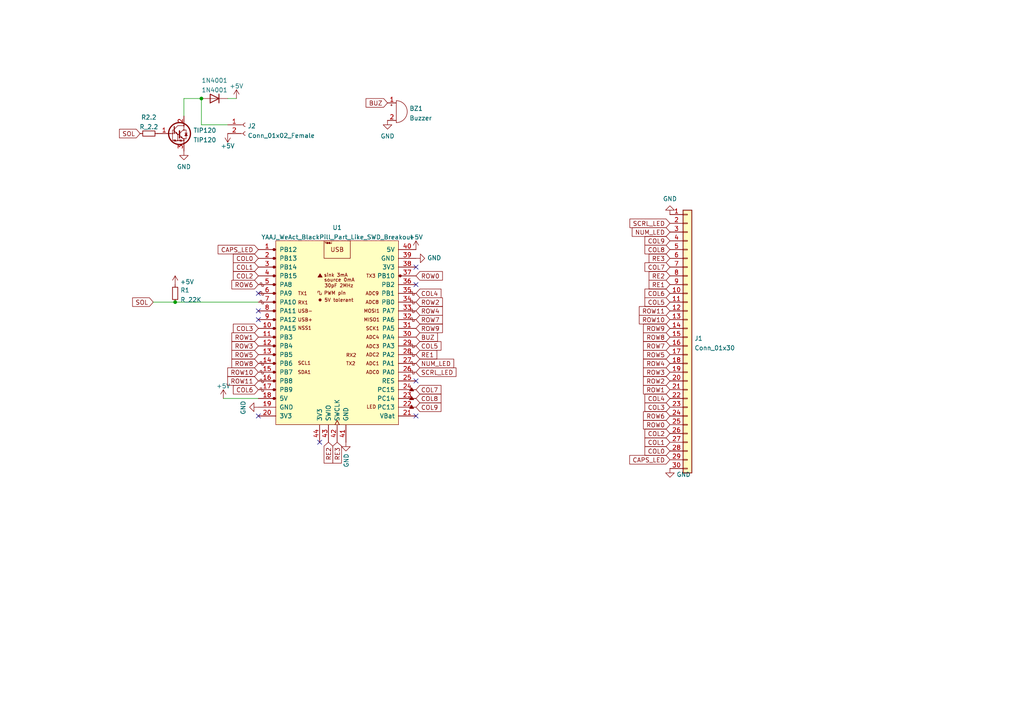
<source format=kicad_sch>
(kicad_sch (version 20211123) (generator eeschema)
  (paper "A4")
  (lib_symbols
    (symbol "Connector:Conn_01x02_Female" (pin_names (offset 1.016) hide)
      (property "Reference" "J" (at 0 2.54 0))
      (property "Value" "Conn_01x02_Female" (at 0 -5.08 0))
      (symbol "Conn_01x02_Female_1_1"
        (arc (start 0 -2.032) (mid -0.508 -2.54) (end 0 -3.048) (stroke (width 0.1524)))
        (polyline (pts (xy -1.27 -2.54) (xy -0.508 -2.54)) (stroke (width 0.1524)))
        (polyline (pts (xy -1.27 0) (xy -0.508 0)) (stroke (width 0.1524)))
        (arc (start 0 0.508) (mid -0.508 0) (end 0 -0.508) (stroke (width 0.1524)))
        (pin passive line (at -5.08 0 0) (length 3.81) (name "Pin_1") (number "1"))
        (pin passive line (at -5.08 -2.54 0) (length 3.81) (name "Pin_2") (number "2"))
      )
    )
    (symbol "Connector_Generic:Conn_01x30" (pin_names (offset 1.016) hide)
      (property "Reference" "J" (at 0 38.1 0))
      (property "Value" "Conn_01x30" (at 0 -40.64 0))
      (symbol "Conn_01x30_1_1"
        (rectangle (start -1.27 -37.973) (end 0 -38.227) (stroke (width 0.1524)))
        (rectangle (start -1.27 -35.433) (end 0 -35.687) (stroke (width 0.1524)))
        (rectangle (start -1.27 -32.893) (end 0 -33.147) (stroke (width 0.1524)))
        (rectangle (start -1.27 -30.353) (end 0 -30.607) (stroke (width 0.1524)))
        (rectangle (start -1.27 -27.813) (end 0 -28.067) (stroke (width 0.1524)))
        (rectangle (start -1.27 -25.273) (end 0 -25.527) (stroke (width 0.1524)))
        (rectangle (start -1.27 -22.733) (end 0 -22.987) (stroke (width 0.1524)))
        (rectangle (start -1.27 -20.193) (end 0 -20.447) (stroke (width 0.1524)))
        (rectangle (start -1.27 -17.653) (end 0 -17.907) (stroke (width 0.1524)))
        (rectangle (start -1.27 -15.113) (end 0 -15.367) (stroke (width 0.1524)))
        (rectangle (start -1.27 -12.573) (end 0 -12.827) (stroke (width 0.1524)))
        (rectangle (start -1.27 -10.033) (end 0 -10.287) (stroke (width 0.1524)))
        (rectangle (start -1.27 -7.493) (end 0 -7.747) (stroke (width 0.1524)))
        (rectangle (start -1.27 -4.953) (end 0 -5.207) (stroke (width 0.1524)))
        (rectangle (start -1.27 -2.413) (end 0 -2.667) (stroke (width 0.1524)))
        (rectangle (start -1.27 0.127) (end 0 -0.127) (stroke (width 0.1524)))
        (rectangle (start -1.27 2.667) (end 0 2.413) (stroke (width 0.1524)))
        (rectangle (start -1.27 5.207) (end 0 4.953) (stroke (width 0.1524)))
        (rectangle (start -1.27 7.747) (end 0 7.493) (stroke (width 0.1524)))
        (rectangle (start -1.27 10.287) (end 0 10.033) (stroke (width 0.1524)))
        (rectangle (start -1.27 12.827) (end 0 12.573) (stroke (width 0.1524)))
        (rectangle (start -1.27 15.367) (end 0 15.113) (stroke (width 0.1524)))
        (rectangle (start -1.27 17.907) (end 0 17.653) (stroke (width 0.1524)))
        (rectangle (start -1.27 20.447) (end 0 20.193) (stroke (width 0.1524)))
        (rectangle (start -1.27 22.987) (end 0 22.733) (stroke (width 0.1524)))
        (rectangle (start -1.27 25.527) (end 0 25.273) (stroke (width 0.1524)))
        (rectangle (start -1.27 28.067) (end 0 27.813) (stroke (width 0.1524)))
        (rectangle (start -1.27 30.607) (end 0 30.353) (stroke (width 0.1524)))
        (rectangle (start -1.27 33.147) (end 0 32.893) (stroke (width 0.1524)))
        (rectangle (start -1.27 35.687) (end 0 35.433) (stroke (width 0.1524)))
        (rectangle (start -1.27 36.83) (end 1.27 -39.37) (stroke (width 0.254)) (fill (type background)))
        (pin passive line (at -5.08 35.56 0) (length 3.81) (name "Pin_1") (number "1"))
        (pin passive line (at -5.08 12.7 0) (length 3.81) (name "Pin_10") (number "10"))
        (pin passive line (at -5.08 10.16 0) (length 3.81) (name "Pin_11") (number "11"))
        (pin passive line (at -5.08 7.62 0) (length 3.81) (name "Pin_12") (number "12"))
        (pin passive line (at -5.08 5.08 0) (length 3.81) (name "Pin_13") (number "13"))
        (pin passive line (at -5.08 2.54 0) (length 3.81) (name "Pin_14") (number "14"))
        (pin passive line (at -5.08 0 0) (length 3.81) (name "Pin_15") (number "15"))
        (pin passive line (at -5.08 -2.54 0) (length 3.81) (name "Pin_16") (number "16"))
        (pin passive line (at -5.08 -5.08 0) (length 3.81) (name "Pin_17") (number "17"))
        (pin passive line (at -5.08 -7.62 0) (length 3.81) (name "Pin_18") (number "18"))
        (pin passive line (at -5.08 -10.16 0) (length 3.81) (name "Pin_19") (number "19"))
        (pin passive line (at -5.08 33.02 0) (length 3.81) (name "Pin_2") (number "2"))
        (pin passive line (at -5.08 -12.7 0) (length 3.81) (name "Pin_20") (number "20"))
        (pin passive line (at -5.08 -15.24 0) (length 3.81) (name "Pin_21") (number "21"))
        (pin passive line (at -5.08 -17.78 0) (length 3.81) (name "Pin_22") (number "22"))
        (pin passive line (at -5.08 -20.32 0) (length 3.81) (name "Pin_23") (number "23"))
        (pin passive line (at -5.08 -22.86 0) (length 3.81) (name "Pin_24") (number "24"))
        (pin passive line (at -5.08 -25.4 0) (length 3.81) (name "Pin_25") (number "25"))
        (pin passive line (at -5.08 -27.94 0) (length 3.81) (name "Pin_26") (number "26"))
        (pin passive line (at -5.08 -30.48 0) (length 3.81) (name "Pin_27") (number "27"))
        (pin passive line (at -5.08 -33.02 0) (length 3.81) (name "Pin_28") (number "28"))
        (pin passive line (at -5.08 -35.56 0) (length 3.81) (name "Pin_29") (number "29"))
        (pin passive line (at -5.08 30.48 0) (length 3.81) (name "Pin_3") (number "3"))
        (pin passive line (at -5.08 -38.1 0) (length 3.81) (name "Pin_30") (number "30"))
        (pin passive line (at -5.08 27.94 0) (length 3.81) (name "Pin_4") (number "4"))
        (pin passive line (at -5.08 25.4 0) (length 3.81) (name "Pin_5") (number "5"))
        (pin passive line (at -5.08 22.86 0) (length 3.81) (name "Pin_6") (number "6"))
        (pin passive line (at -5.08 20.32 0) (length 3.81) (name "Pin_7") (number "7"))
        (pin passive line (at -5.08 17.78 0) (length 3.81) (name "Pin_8") (number "8"))
        (pin passive line (at -5.08 15.24 0) (length 3.81) (name "Pin_9") (number "9"))
      )
    )
    (symbol "Device:Buzzer" (pin_names (offset 0.0254) hide)
      (property "Reference" "BZ" (at 3.81 1.27 0))
      (property "Value" "Buzzer" (at 3.81 -1.27 0))
      (symbol "Buzzer_0_1"
        (arc (start 0 -3.175) (mid 3.175 0) (end 0 3.175))
        (polyline (pts (xy -1.651 1.905) (xy -1.143 1.905)))
        (polyline (pts (xy -1.397 2.159) (xy -1.397 1.651)))
        (polyline (pts (xy 0 3.175) (xy 0 -3.175)))
      )
      (symbol "Buzzer_1_1"
        (pin passive line (at -2.54 2.54 0) (length 2.54) (name "-") (number "1"))
        (pin passive line (at -2.54 -2.54 0) (length 2.54) (name "+") (number "2"))
      )
    )
    (symbol "Device:R_Small" (pin_numbers hide) (pin_names (offset 0.254) hide)
      (property "Reference" "R" (at 0.762 0.508 0))
      (property "Value" "R_Small" (at 0.762 -1.016 0))
      (symbol "R_Small_0_1"
        (rectangle (start -0.762 1.778) (end 0.762 -1.778) (stroke (width 0.2032)))
      )
      (symbol "R_Small_1_1"
        (pin passive line (at 0 2.54 270) (length 0.762) (name "~") (number "1"))
        (pin passive line (at 0 -2.54 90) (length 0.762) (name "~") (number "2"))
      )
    )
    (symbol "Diode:1N4001" (pin_numbers hide) (pin_names (offset 1.016) hide)
      (property "Reference" "D" (at 0 2.54 0))
      (property "Value" "1N4001" (at 0 -2.54 0))
      (symbol "1N4001_0_1"
        (polyline (pts (xy -1.27 1.27) (xy -1.27 -1.27)) (stroke (width 0.254)))
        (polyline (pts (xy 1.27 0) (xy -1.27 0)))
        (polyline (pts (xy 1.27 1.27) (xy 1.27 -1.27) (xy -1.27 0) (xy 1.27 1.27)) (stroke (width 0.254)))
      )
      (symbol "1N4001_1_1"
        (pin passive line (at -3.81 0 0) (length 2.54) (name "K") (number "1"))
        (pin passive line (at 3.81 0 180) (length 2.54) (name "A") (number "2"))
      )
    )
    (symbol "Transistor_BJT:TIP120" (pin_names (offset 0) hide)
      (property "Reference" "Q" (at 5.08 1.905 0))
      (property "Value" "TIP120" (at 5.08 0 0))
      (symbol "TIP120_0_1"
        (circle (center -0.762 0) (radius 0.127))
        (polyline (pts (xy -1.27 0) (xy -0.889 0)))
        (polyline (pts (xy 2.54 -2.032) (xy 2.54 -2.54)))
        (polyline (pts (xy 2.54 -1.524) (xy 3.175 -1.524)))
        (polyline (pts (xy 2.794 0.127) (xy 3.556 0.127)))
        (polyline (pts (xy 3.175 -0.635) (xy 3.175 -1.524)))
        (polyline (pts (xy 3.175 1.016) (xy 2.54 1.016)))
        (polyline (pts (xy 3.175 1.016) (xy 3.175 0.127)))
        (polyline (pts (xy -0.254 0.762) (xy 0.762 -0.254) (xy 1.27 -0.254)))
        (polyline (pts (xy -0.254 1.016) (xy -0.762 1.016) (xy -0.762 -2.032)))
        (polyline (pts (xy -0.254 1.27) (xy 0.762 2.286) (xy 2.54 2.286)))
        (polyline (pts (xy -0.254 2.032) (xy -0.254 0) (xy -0.254 0)) (stroke (width 0.3048)))
        (polyline (pts (xy 1.27 0.762) (xy 1.27 -1.27) (xy 1.27 -1.27)) (stroke (width 0.381)))
        (polyline (pts (xy 0.635 -0.127) (xy 0.381 0.381) (xy 0.127 0.127) (xy 0.635 -0.127)))
        (polyline (pts (xy 1.27 -0.508) (xy 2.286 -1.524) (xy 2.54 -1.524) (xy 2.54 -2.032)))
        (polyline (pts (xy 1.27 0) (xy 2.286 1.016) (xy 2.54 1.016) (xy 2.54 2.286)))
        (polyline (pts (xy 2.159 -1.397) (xy 1.905 -0.889) (xy 1.651 -1.143) (xy 2.159 -1.397)))
        (polyline (pts (xy 3.175 0.127) (xy 2.794 -0.635) (xy 3.556 -0.635) (xy 3.175 0.127)) (fill (type outline)))
        (polyline (pts (xy 0.762 -2.032) (xy 0.381 -2.032) (xy 0.254 -2.286) (xy 0.127 -1.778) (xy 0 -2.286) (xy -0.127 -1.778) (xy -0.254 -2.286) (xy -0.381 -1.778) (xy -0.508 -2.032) (xy -0.762 -2.032)))
        (polyline (pts (xy 0.762 -0.254) (xy 0.762 -2.032) (xy 1.143 -2.032) (xy 1.27 -1.778) (xy 1.397 -2.286) (xy 1.524 -1.778) (xy 1.651 -2.286) (xy 1.778 -1.778) (xy 1.905 -2.286) (xy 2.032 -2.032) (xy 2.54 -2.032)))
        (circle (center 0.762 -2.032) (radius 0.127))
        (circle (center 0.762 -0.254) (radius 0.127))
        (circle (center 1.27 0) (radius 3.175) (stroke (width 0.3556)))
        (circle (center 2.54 -2.032) (radius 0.127))
        (circle (center 2.54 -1.524) (radius 0.127))
        (circle (center 2.54 1.016) (radius 0.127))
        (circle (center 2.54 2.286) (radius 0.127))
      )
      (symbol "TIP120_1_1"
        (pin input line (at -5.08 0 0) (length 3.81) (name "B") (number "1"))
        (pin passive line (at 2.54 5.08 270) (length 2.667) (name "C") (number "2"))
        (pin passive line (at 2.54 -5.08 90) (length 2.54) (name "E") (number "3"))
      )
    )
    (symbol "YAAJ_WeAct_BlackPill_Part_Like_SWD_Breakout:YAAJ_WeAct_BlackPill_Part_Like_SWD_Breakout" (pin_names (offset 1.016))
      (property "Reference" "U" (at -17.526 27.94 0))
      (property "Value" "YAAJ_WeAct_BlackPill_Part_Like_SWD_Breakout" (at 9.144 27.94 0))
      (symbol "YAAJ_WeAct_BlackPill_Part_Like_SWD_Breakout_0_0"
        (circle (center -18.288 -20.32) (radius 0.3556) (fill (type outline)))
        (circle (center -18.288 -17.78) (radius 0.3556) (fill (type outline)))
        (circle (center -18.288 -15.24) (radius 0.3556) (fill (type outline)))
        (circle (center -18.288 -12.7) (radius 0.3556) (fill (type outline)))
        (circle (center -18.288 -10.16) (radius 0.3556) (fill (type outline)))
        (circle (center -18.288 -7.62) (radius 0.3556) (fill (type outline)))
        (circle (center -18.288 -5.08) (radius 0.3556) (fill (type outline)))
        (circle (center -18.288 -2.54) (radius 0.3556) (fill (type outline)))
        (circle (center -18.288 0) (radius 0.3556) (fill (type outline)))
        (circle (center -18.288 2.54) (radius 0.3556) (fill (type outline)))
        (circle (center -18.288 5.08) (radius 0.3556) (fill (type outline)))
        (circle (center -18.288 7.62) (radius 0.3556) (fill (type outline)))
        (circle (center -18.288 10.16) (radius 0.3556) (fill (type outline)))
        (circle (center -18.288 12.7) (radius 0.3556) (fill (type outline)))
        (circle (center -18.288 15.24) (radius 0.3556) (fill (type outline)))
        (circle (center -18.288 17.78) (radius 0.3556) (fill (type outline)))
        (circle (center -18.288 22.86) (radius 0.3556) (fill (type outline)))
        (circle (center -4.953 8.255) (radius 0.127) (fill (type outline)))
        (circle (center -4.953 8.255) (radius 0.254))
        (circle (center -4.953 8.255) (radius 0.3556))
        (polyline (pts (xy -5.588 14.859) (xy -4.953 15.875) (xy -4.318 14.859) (xy -5.588 14.859) (xy -4.953 15.748) (xy -4.445 14.859) (xy -5.461 14.986) (xy -4.953 15.621) (xy -4.572 14.859) (xy -5.334 15.113) (xy -4.826 15.494) (xy -4.699 14.859) (xy -5.207 15.24) (xy -4.699 15.367) (xy -4.826 14.986) (xy -5.08 15.24) (xy -4.826 15.113) (xy -4.953 15.367)))
        (polyline (pts (xy 20.955 -23.241) (xy 21.59 -22.225) (xy 22.225 -23.241) (xy 20.955 -23.241) (xy 21.59 -22.352) (xy 22.098 -23.241) (xy 21.082 -23.114) (xy 21.59 -22.479) (xy 21.971 -23.241) (xy 21.209 -22.987) (xy 21.717 -22.606) (xy 21.844 -23.241) (xy 21.336 -22.86) (xy 21.844 -22.733) (xy 21.717 -23.114) (xy 21.463 -22.86) (xy 21.717 -22.987) (xy 21.59 -22.733)))
        (polyline (pts (xy 20.955 -20.701) (xy 21.59 -19.685) (xy 22.225 -20.701) (xy 20.955 -20.701) (xy 21.59 -19.812) (xy 22.098 -20.701) (xy 21.082 -20.574) (xy 21.59 -19.939) (xy 21.971 -20.701) (xy 21.209 -20.447) (xy 21.717 -20.066) (xy 21.844 -20.701) (xy 21.336 -20.32) (xy 21.844 -20.193) (xy 21.717 -20.574) (xy 21.463 -20.32) (xy 21.717 -20.447) (xy 21.59 -20.193)))
        (polyline (pts (xy 20.955 -18.161) (xy 21.59 -17.145) (xy 22.225 -18.161) (xy 20.955 -18.161) (xy 21.59 -17.272) (xy 22.098 -18.161) (xy 21.082 -18.034) (xy 21.59 -17.399) (xy 21.971 -18.161) (xy 21.209 -17.907) (xy 21.717 -17.526) (xy 21.844 -18.161) (xy 21.336 -17.78) (xy 21.844 -17.653) (xy 21.717 -18.034) (xy 21.463 -17.78) (xy 21.717 -17.907) (xy 21.59 -17.653)))
        (circle (center 18.288 15.24) (radius 0.254) (fill (type outline)))
        (circle (center 18.288 15.24) (radius 0.3556))
        (text "30pF 2MHz" (at 0.508 12.446 0) (effects (font (size 0.9906 0.9906))))
        (text "5V tolerant" (at 0.508 8.255 0) (effects (font (size 0.9906 0.9906))))
        (text "ADC0" (at 10.287 -12.7 0) (effects (font (size 0.9906 0.9906))))
        (text "ADC1" (at 10.287 -10.16 0) (effects (font (size 0.9906 0.9906))))
        (text "ADC2" (at 10.287 -7.62 0) (effects (font (size 0.9906 0.9906))))
        (text "ADC3" (at 10.287 -5.207 0) (effects (font (size 0.9906 0.9906))))
        (text "ADC4" (at 10.287 -2.54 0) (effects (font (size 0.9906 0.9906))))
        (text "ADC8" (at 10.16 7.62 0) (effects (font (size 0.9906 0.9906))))
        (text "ADC9" (at 10.16 10.16 0) (effects (font (size 0.9906 0.9906))))
        (text "LED" (at 9.906 -22.733 0) (effects (font (size 0.9906 0.9906))))
        (text "MISO1" (at 10.033 2.54 0) (effects (font (size 0.9906 0.9906))))
        (text "MOSI1" (at 10.033 5.08 0) (effects (font (size 0.9906 0.9906))))
        (text "NSS1" (at -9.398 0.127 0) (effects (font (size 0.9906 0.9906))))
        (text "PWM pin" (at -0.635 10.287 0) (effects (font (size 0.9906 0.9906))))
        (text "RX1" (at -9.906 7.493 0) (effects (font (size 0.9906 0.9906))))
        (text "RX2" (at 4.064 -7.747 0) (effects (font (size 0.9906 0.9906))))
        (text "SCK1" (at 10.287 0 0) (effects (font (size 0.9906 0.9906))))
        (text "SCL1" (at -9.525 -10.033 0) (effects (font (size 0.9906 0.9906))))
        (text "SDA1" (at -9.525 -12.7 0) (effects (font (size 0.9906 0.9906))))
        (text "sink 3mA" (at -0.381 15.494 0) (effects (font (size 0.9906 0.9906))))
        (text "source 0mA" (at 0.635 14.097 0) (effects (font (size 0.9906 0.9906))))
        (text "TX1" (at -10.033 10.16 0) (effects (font (size 0.9906 0.9906))))
        (text "TX2" (at 3.937 -10.16 0) (effects (font (size 0.9906 0.9906))))
        (text "TX3" (at 9.779 15.24 0) (effects (font (size 0.9906 0.9906))))
        (text "USB" (at 0 22.86 0) (effects (font (size 1.27 1.27))))
        (text "USB+" (at -9.271 2.54 0) (effects (font (size 0.9906 0.9906))))
        (text "USB-" (at -9.271 5.08 0) (effects (font (size 0.9906 0.9906))))
        (text "Y@@J" (at -2.5654 24.8412 0) (effects (font (size 0.508 0.508))))
      )
      (symbol "YAAJ_WeAct_BlackPill_Part_Like_SWD_Breakout_0_1"
        (rectangle (start -17.78 25.4) (end 17.78 -27.94) (fill (type background)))
        (polyline (pts (xy -21.336 -17.78) (xy -21.336 -18.288) (xy -21.844 -18.288) (xy -21.844 -17.272) (xy -22.352 -17.272) (xy -22.352 -17.78)))
        (polyline (pts (xy -21.336 -15.24) (xy -21.336 -15.748) (xy -21.844 -15.748) (xy -21.844 -14.732) (xy -22.352 -14.732) (xy -22.352 -15.24)))
        (polyline (pts (xy -21.336 -12.7) (xy -21.336 -13.208) (xy -21.844 -13.208) (xy -21.844 -12.192) (xy -22.352 -12.192) (xy -22.352 -12.7)))
        (polyline (pts (xy -21.336 -10.16) (xy -21.336 -10.668) (xy -21.844 -10.668) (xy -21.844 -9.652) (xy -22.352 -9.652) (xy -22.352 -10.16)))
        (polyline (pts (xy -21.336 7.62) (xy -21.336 7.112) (xy -21.844 7.112) (xy -21.844 8.128) (xy -22.352 8.128) (xy -22.352 7.62)))
        (polyline (pts (xy -21.336 10.16) (xy -21.336 9.652) (xy -21.844 9.652) (xy -21.844 10.668) (xy -22.352 10.668) (xy -22.352 10.16)))
        (polyline (pts (xy -21.336 12.7) (xy -21.336 12.192) (xy -21.844 12.192) (xy -21.844 13.208) (xy -22.352 13.208) (xy -22.352 12.7)))
        (polyline (pts (xy -4.572 10.287) (xy -4.572 9.779) (xy -5.08 9.779) (xy -5.08 10.795) (xy -5.588 10.795) (xy -5.588 10.287)))
        (polyline (pts (xy 22.352 -12.7) (xy 22.352 -13.208) (xy 21.844 -13.208) (xy 21.844 -12.192) (xy 21.336 -12.192) (xy 21.336 -12.7)))
        (polyline (pts (xy 22.352 -10.16) (xy 22.352 -10.668) (xy 21.844 -10.668) (xy 21.844 -9.652) (xy 21.336 -9.652) (xy 21.336 -10.16)))
        (polyline (pts (xy 22.352 -7.62) (xy 22.352 -8.128) (xy 21.844 -8.128) (xy 21.844 -7.112) (xy 21.336 -7.112) (xy 21.336 -7.62)))
        (polyline (pts (xy 22.352 -5.08) (xy 22.352 -5.588) (xy 21.844 -5.588) (xy 21.844 -4.572) (xy 21.336 -4.572) (xy 21.336 -5.08)))
        (polyline (pts (xy 22.352 2.54) (xy 22.352 2.032) (xy 21.844 2.032) (xy 21.844 3.048) (xy 21.336 3.048) (xy 21.336 2.54)))
        (polyline (pts (xy 22.352 5.08) (xy 22.352 4.572) (xy 21.844 4.572) (xy 21.844 5.588) (xy 21.336 5.588) (xy 21.336 5.08)))
        (polyline (pts (xy 22.352 7.62) (xy 22.352 7.112) (xy 21.844 7.112) (xy 21.844 8.128) (xy 21.336 8.128) (xy 21.336 7.62)))
        (polyline (pts (xy 22.352 10.16) (xy 22.352 9.652) (xy 21.844 9.652) (xy 21.844 10.668) (xy 21.336 10.668) (xy 21.336 10.16)))
        (rectangle (start 3.81 25.4) (end -3.81 20.32))
      )
      (symbol "YAAJ_WeAct_BlackPill_Part_Like_SWD_Breakout_1_1"
        (circle (center -18.288 20.32) (radius 0.3556) (fill (type outline)))
        (pin bidirectional line (at -22.86 22.86 0) (length 5.08) (name "PB12") (number "1"))
        (pin bidirectional line (at -22.86 0 0) (length 5.08) (name "PA15") (number "10"))
        (pin bidirectional line (at -22.86 -2.54 0) (length 5.08) (name "PB3") (number "11"))
        (pin bidirectional line (at -22.86 -5.08 0) (length 5.08) (name "PB4") (number "12"))
        (pin bidirectional line (at -22.86 -7.62 0) (length 5.08) (name "PB5") (number "13"))
        (pin bidirectional line (at -22.86 -10.16 0) (length 5.08) (name "PB6") (number "14"))
        (pin bidirectional line (at -22.86 -12.7 0) (length 5.08) (name "PB7") (number "15"))
        (pin bidirectional line (at -22.86 -15.24 0) (length 5.08) (name "PB8") (number "16"))
        (pin bidirectional line (at -22.86 -17.78 0) (length 5.08) (name "PB9") (number "17"))
        (pin power_in line (at -22.86 -20.32 0) (length 5.08) (name "5V") (number "18"))
        (pin power_in line (at -22.86 -22.86 0) (length 5.08) (name "GND") (number "19"))
        (pin bidirectional line (at -22.86 20.32 0) (length 5.08) (name "PB13") (number "2"))
        (pin power_in line (at -22.86 -25.4 0) (length 5.08) (name "3V3") (number "20"))
        (pin power_in line (at 22.86 -25.4 180) (length 5.08) (name "VBat") (number "21"))
        (pin bidirectional line (at 22.86 -22.86 180) (length 5.08) (name "PC13") (number "22"))
        (pin bidirectional line (at 22.86 -20.32 180) (length 5.08) (name "PC14") (number "23"))
        (pin bidirectional line (at 22.86 -17.78 180) (length 5.08) (name "PC15") (number "24"))
        (pin input line (at 22.86 -15.24 180) (length 5.08) (name "RES") (number "25"))
        (pin bidirectional line (at 22.86 -12.7 180) (length 5.08) (name "PA0") (number "26"))
        (pin bidirectional line (at 22.86 -10.16 180) (length 5.08) (name "PA1") (number "27"))
        (pin bidirectional line (at 22.86 -7.62 180) (length 5.08) (name "PA2") (number "28"))
        (pin bidirectional line (at 22.86 -5.08 180) (length 5.08) (name "PA3") (number "29"))
        (pin bidirectional line (at -22.86 17.78 0) (length 5.08) (name "PB14") (number "3"))
        (pin bidirectional line (at 22.86 -2.54 180) (length 5.08) (name "PA4") (number "30"))
        (pin bidirectional line (at 22.86 0 180) (length 5.08) (name "PA5") (number "31"))
        (pin bidirectional line (at 22.86 2.54 180) (length 5.08) (name "PA6") (number "32"))
        (pin bidirectional line (at 22.86 5.08 180) (length 5.08) (name "PA7") (number "33"))
        (pin bidirectional line (at 22.86 7.62 180) (length 5.08) (name "PB0") (number "34"))
        (pin bidirectional line (at 22.86 10.16 180) (length 5.08) (name "PB1") (number "35"))
        (pin bidirectional line (at 22.86 12.7 180) (length 5.08) (name "PB2") (number "36"))
        (pin bidirectional line (at 22.86 15.24 180) (length 5.08) (name "PB10") (number "37"))
        (pin power_in line (at 22.86 17.78 180) (length 5.08) (name "3V3") (number "38"))
        (pin power_in line (at 22.86 20.32 180) (length 5.08) (name "GND") (number "39"))
        (pin bidirectional line (at -22.86 15.24 0) (length 5.08) (name "PB15") (number "4"))
        (pin power_in line (at 22.86 22.86 180) (length 5.08) (name "5V") (number "40"))
        (pin power_in line (at 2.54 -33.02 90) (length 5.08) (name "GND") (number "41"))
        (pin bidirectional clock (at 0 -33.02 90) (length 5.08) (name "SWCLK") (number "42"))
        (pin bidirectional line (at -2.54 -33.02 90) (length 5.08) (name "SWIO") (number "43"))
        (pin power_in line (at -5.08 -33.02 90) (length 5.08) (name "3V3") (number "44"))
        (pin bidirectional line (at -22.86 12.7 0) (length 5.08) (name "PA8") (number "5"))
        (pin bidirectional line (at -22.86 10.16 0) (length 5.08) (name "PA9") (number "6"))
        (pin bidirectional line (at -22.86 7.62 0) (length 5.08) (name "PA10") (number "7"))
        (pin bidirectional line (at -22.86 5.08 0) (length 5.08) (name "PA11") (number "8"))
        (pin bidirectional line (at -22.86 2.54 0) (length 5.08) (name "PA12") (number "9"))
      )
    )
    (symbol "kicad_port-rescue:GND-power" (power) (pin_names (offset 0))
      (property "Value" "kicad_port-rescue_GND-power" (at 0 -3.81 0))
      (symbol "GND-power_0_1"
        (polyline (pts (xy 0 0) (xy 0 -1.27) (xy 1.27 -1.27) (xy 0 -2.54) (xy -1.27 -1.27) (xy 0 -1.27)))
      )
      (symbol "GND-power_1_1"
        (pin power_in line (at 0 0 270) (length 0) hide (name "GND") (number "1"))
      )
    )
    (symbol "power:+5V" (power) (pin_names (offset 0))
      (property "Value" "+5V" (at 0 3.556 0))
      (symbol "+5V_0_1"
        (polyline (pts (xy -0.762 1.27) (xy 0 2.54)))
        (polyline (pts (xy 0 0) (xy 0 2.54)))
        (polyline (pts (xy 0 2.54) (xy 0.762 1.27)))
      )
      (symbol "+5V_1_1"
        (pin power_in line (at 0 0 90) (length 0) hide (name "+5V") (number "1"))
      )
    )
    (symbol "power:GND" (power) (pin_names (offset 0))
      (property "Value" "GND" (at 0 -3.81 0))
      (symbol "GND_0_1"
        (polyline (pts (xy 0 0) (xy 0 -1.27) (xy 1.27 -1.27) (xy 0 -2.54) (xy -1.27 -1.27) (xy 0 -1.27)))
      )
      (symbol "GND_1_1"
        (pin power_in line (at 0 0 270) (length 0) hide (name "GND") (number "1"))
      )
    )
  )
  (junction (at 58.42 28.575))
  (junction (at 50.8 87.63))
  (no_connect (at 120.65 120.65))
  (no_connect (at 120.65 77.47))
  (no_connect (at 120.65 110.49))
  (no_connect (at 74.93 92.71))
  (no_connect (at 74.93 120.65))
  (no_connect (at 92.71 128.27))
  (no_connect (at 120.65 82.55))
  (no_connect (at 74.93 90.17))
  (no_connect (at 74.93 85.09))
  (wire (pts (xy 64.77 115.57) (xy 74.93 115.57)))
  (wire (pts (xy 66.04 28.575) (xy 68.58 28.575)))
  (wire (pts (xy 50.8 87.63) (xy 74.93 87.63)))
  (wire (pts (xy 53.34 28.575) (xy 58.42 28.575)))
  (wire (pts (xy 53.34 28.575) (xy 53.34 33.655)))
  (wire (pts (xy 44.45 87.63) (xy 50.8 87.63)))
  (wire (pts (xy 66.04 36.195) (xy 58.42 36.195)))
  (wire (pts (xy 58.42 36.195) (xy 58.42 28.575)))
  (global_label "RE1" (shape input) (at 120.65 102.87 0) (property "Intersheet References" "${INTERSHEET_REFS}" (effects hide)))
  (global_label "ROW0" (shape input) (at 120.65 80.01 0) (property "Intersheet References" "${INTERSHEET_REFS}" (effects hide)))
  (global_label "COL6" (shape input) (at 74.93 113.03 180) (property "Intersheet References" "${INTERSHEET_REFS}" (effects hide)))
  (global_label "COL3" (shape input) (at 74.93 95.25 180) (property "Intersheet References" "${INTERSHEET_REFS}" (effects hide)))
  (global_label "NUM_LED" (shape input) (at 194.31 67.31 180) (property "Intersheet References" "${INTERSHEET_REFS}" (effects hide)))
  (global_label "ROW3" (shape input) (at 74.93 100.33 180) (property "Intersheet References" "${INTERSHEET_REFS}" (effects hide)))
  (global_label "COL9" (shape input) (at 194.31 69.85 180) (property "Intersheet References" "${INTERSHEET_REFS}" (effects hide)))
  (global_label "SOL" (shape input) (at 40.64 38.735 180) (property "Intersheet References" "${INTERSHEET_REFS}" (effects hide)))
  (global_label "ROW6" (shape input) (at 194.31 120.65 180) (property "Intersheet References" "${INTERSHEET_REFS}" (effects hide)))
  (global_label "COL8" (shape input) (at 120.65 115.57 0) (property "Intersheet References" "${INTERSHEET_REFS}" (effects hide)))
  (global_label "ROW9" (shape input) (at 194.31 95.25 180) (property "Intersheet References" "${INTERSHEET_REFS}" (effects hide)))
  (global_label "COL0" (shape input) (at 74.93 74.93 180) (property "Intersheet References" "${INTERSHEET_REFS}" (effects hide)))
  (global_label "COL7" (shape input) (at 120.65 113.03 0) (property "Intersheet References" "${INTERSHEET_REFS}" (effects hide)))
  (global_label "RE1" (shape input) (at 194.31 82.55 180) (property "Intersheet References" "${INTERSHEET_REFS}" (effects hide)))
  (global_label "ROW8" (shape input) (at 74.93 105.41 180) (property "Intersheet References" "${INTERSHEET_REFS}" (effects hide)))
  (global_label "ROW1" (shape input) (at 194.31 113.03 180) (property "Intersheet References" "${INTERSHEET_REFS}" (effects hide)))
  (global_label "NUM_LED" (shape input) (at 120.65 105.41 0) (property "Intersheet References" "${INTERSHEET_REFS}" (effects hide)))
  (global_label "CAPS_LED" (shape input) (at 194.31 133.35 180) (property "Intersheet References" "${INTERSHEET_REFS}" (effects hide)))
  (global_label "COL2" (shape input) (at 74.93 80.01 180) (property "Intersheet References" "${INTERSHEET_REFS}" (effects hide)))
  (global_label "COL2" (shape input) (at 194.31 125.73 180) (property "Intersheet References" "${INTERSHEET_REFS}" (effects hide)))
  (global_label "ROW5" (shape input) (at 194.31 102.87 180) (property "Intersheet References" "${INTERSHEET_REFS}" (effects hide)))
  (global_label "COL0" (shape input) (at 194.31 130.81 180) (property "Intersheet References" "${INTERSHEET_REFS}" (effects hide)))
  (global_label "ROW2" (shape input) (at 194.31 110.49 180) (property "Intersheet References" "${INTERSHEET_REFS}" (effects hide)))
  (global_label "SCRL_LED" (shape input) (at 194.31 64.77 180) (property "Intersheet References" "${INTERSHEET_REFS}" (effects hide)))
  (global_label "BUZ" (shape input) (at 112.395 29.845 180) (property "Intersheet References" "${INTERSHEET_REFS}" (effects hide)))
  (global_label "ROW1" (shape input) (at 74.93 97.79 180) (property "Intersheet References" "${INTERSHEET_REFS}" (effects hide)))
  (global_label "ROW3" (shape input) (at 194.31 107.95 180) (property "Intersheet References" "${INTERSHEET_REFS}" (effects hide)))
  (global_label "ROW11" (shape input) (at 194.31 90.17 180) (property "Intersheet References" "${INTERSHEET_REFS}" (effects hide)))
  (global_label "COL5" (shape input) (at 194.31 87.63 180) (property "Intersheet References" "${INTERSHEET_REFS}" (effects hide)))
  (global_label "ROW10" (shape input) (at 74.93 107.95 180) (property "Intersheet References" "${INTERSHEET_REFS}" (effects hide)))
  (global_label "COL1" (shape input) (at 74.93 77.47 180) (property "Intersheet References" "${INTERSHEET_REFS}" (effects hide)))
  (global_label "RE3" (shape input) (at 97.79 128.27 270) (property "Intersheet References" "${INTERSHEET_REFS}" (effects hide)))
  (global_label "COL4" (shape input) (at 120.65 85.09 0) (property "Intersheet References" "${INTERSHEET_REFS}" (effects hide)))
  (global_label "ROW8" (shape input) (at 194.31 97.79 180) (property "Intersheet References" "${INTERSHEET_REFS}" (effects hide)))
  (global_label "RE2" (shape input) (at 194.31 80.01 180) (property "Intersheet References" "${INTERSHEET_REFS}" (effects hide)))
  (global_label "ROW0" (shape input) (at 194.31 123.19 180) (property "Intersheet References" "${INTERSHEET_REFS}" (effects hide)))
  (global_label "ROW5" (shape input) (at 74.93 102.87 180) (property "Intersheet References" "${INTERSHEET_REFS}" (effects hide)))
  (global_label "COL3" (shape input) (at 194.31 118.11 180) (property "Intersheet References" "${INTERSHEET_REFS}" (effects hide)))
  (global_label "ROW7" (shape input) (at 120.65 92.71 0) (property "Intersheet References" "${INTERSHEET_REFS}" (effects hide)))
  (global_label "RE3" (shape input) (at 194.31 74.93 180) (property "Intersheet References" "${INTERSHEET_REFS}" (effects hide)))
  (global_label "ROW6" (shape input) (at 74.93 82.55 180) (property "Intersheet References" "${INTERSHEET_REFS}" (effects hide)))
  (global_label "COL5" (shape input) (at 120.65 100.33 0) (property "Intersheet References" "${INTERSHEET_REFS}" (effects hide)))
  (global_label "COL4" (shape input) (at 194.31 115.57 180) (property "Intersheet References" "${INTERSHEET_REFS}" (effects hide)))
  (global_label "RE2" (shape input) (at 95.25 128.27 270) (property "Intersheet References" "${INTERSHEET_REFS}" (effects hide)))
  (global_label "SOL" (shape input) (at 44.45 87.63 180) (property "Intersheet References" "${INTERSHEET_REFS}" (effects hide)))
  (global_label "COL1" (shape input) (at 194.31 128.27 180) (property "Intersheet References" "${INTERSHEET_REFS}" (effects hide)))
  (global_label "ROW9" (shape input) (at 120.65 95.25 0) (property "Intersheet References" "${INTERSHEET_REFS}" (effects hide)))
  (global_label "ROW7" (shape input) (at 194.31 100.33 180) (property "Intersheet References" "${INTERSHEET_REFS}" (effects hide)))
  (global_label "COL8" (shape input) (at 194.31 72.39 180) (property "Intersheet References" "${INTERSHEET_REFS}" (effects hide)))
  (global_label "COL6" (shape input) (at 194.31 85.09 180) (property "Intersheet References" "${INTERSHEET_REFS}" (effects hide)))
  (global_label "COL9" (shape input) (at 120.65 118.11 0) (property "Intersheet References" "${INTERSHEET_REFS}" (effects hide)))
  (global_label "CAPS_LED" (shape input) (at 74.93 72.39 180) (property "Intersheet References" "${INTERSHEET_REFS}" (effects hide)))
  (global_label "ROW4" (shape input) (at 194.31 105.41 180) (property "Intersheet References" "${INTERSHEET_REFS}" (effects hide)))
  (global_label "ROW11" (shape input) (at 74.93 110.49 180) (property "Intersheet References" "${INTERSHEET_REFS}" (effects hide)))
  (global_label "ROW10" (shape input) (at 194.31 92.71 180) (property "Intersheet References" "${INTERSHEET_REFS}" (effects hide)))
  (global_label "BUZ" (shape input) (at 120.65 97.79 0) (property "Intersheet References" "${INTERSHEET_REFS}" (effects hide)))
  (global_label "ROW4" (shape input) (at 120.65 90.17 0) (property "Intersheet References" "${INTERSHEET_REFS}" (effects hide)))
  (global_label "ROW2" (shape input) (at 120.65 87.63 0) (property "Intersheet References" "${INTERSHEET_REFS}" (effects hide)))
  (global_label "SCRL_LED" (shape input) (at 120.65 107.95 0) (property "Intersheet References" "${INTERSHEET_REFS}" (effects hide)))
  (global_label "COL7" (shape input) (at 194.31 77.47 180) (property "Intersheet References" "${INTERSHEET_REFS}" (effects hide)))
  (symbol (lib_id "power:GND") (at 194.31 135.89 0) (unit 1)
    (property "Reference" "#PWR0110" (effects hide))
    (property "Value" "GND" (at 196.215 137.639 0) (effects (justify left)))
  )
  (symbol (lib_id "power:+5V") (at 50.8 82.55 0) (unit 1)
    (property "Reference" "#PWR0103" (effects hide))
    (property "Value" "+5V" (at 52.197 81.759 0) (effects (justify left)))
  )
  (symbol (lib_id "Device:Buzzer") (at 114.935 32.385 0) (unit 1)
    (property "Reference" "BZ1" (at 118.745 31.4765 0) (effects (justify left)))
    (property "Value" "Buzzer" (at 118.745 34.2516 0) (effects (justify left)))
  )
  (symbol (lib_id "Connector_Generic:Conn_01x30") (at 199.39 97.79 0) (unit 1)
    (property "Reference" "J1" (at 201.422 98.1515 0) (effects (justify left)))
    (property "Value" "Conn_01x30" (at 201.422 100.9266 0) (effects (justify left)))
  )
  (symbol (lib_id "power:+5V") (at 68.58 28.575 0) (unit 1)
    (property "Reference" "#PWR0107" (effects hide))
    (property "Value" "+5V" (at 68.58 24.9705 0))
  )
  (symbol (lib_id "kicad_port-rescue:GND-power") (at 120.65 74.93 90) (unit 1)
    (property "Reference" "#PWR0105" (effects hide))
    (property "Value" "GND" (at 123.9012 74.803 90) (effects (justify right)))
  )
  (symbol (lib_id "Diode:1N4001") (at 62.23 28.575 180) (unit 1)
    (property "Reference" "1N4001" (at 62.23 23.3385 0))
    (property "Value" "1N4001" (at 62.23 26.1136 0))
    (property "Footprint" "Diode_THT:D_DO-41_SOD81_P10.16mm_Horizontal" (effects hide))
    (property "Datasheet" "http://www.vishay.com/docs/88503/1n4001.pdf" (effects hide))
  )
  (symbol (lib_id "power:+5V") (at 120.65 72.39 0) (unit 1)
    (property "Reference" "#PWR0111" (effects hide))
    (property "Value" "+5V" (at 120.65 68.7855 0))
  )
  (symbol (lib_id "power:GND") (at 194.31 62.23 180) (unit 1)
    (property "Reference" "#PWR0109" (effects hide))
    (property "Value" "GND" (at 194.31 57.6675 0))
  )
  (symbol (lib_id "power:+5V") (at 66.04 38.735 180) (unit 1)
    (property "Reference" "#PWR0104" (effects hide))
    (property "Value" "+5V" (at 66.04 42.3395 0))
  )
  (symbol (lib_id "power:GND") (at 53.34 43.815 0) (unit 1)
    (property "Reference" "#PWR0102" (effects hide))
    (property "Value" "GND" (at 53.34 48.3775 0))
  )
  (symbol (lib_id "Device:R_Small") (at 43.18 38.735 90) (unit 1)
    (property "Reference" "R2.2" (at 43.18 34.0319 90))
    (property "Value" "R_2.2" (at 43.18 36.807 90))
    (property "Footprint" "Keebio-Parts:Resistor" (effects hide))
  )
  (symbol (lib_id "Transistor_BJT:TIP120") (at 50.8 38.735 0) (unit 1)
    (property "Reference" "TIP120" (at 56.0578 37.8265 0) (effects (justify left)))
    (property "Value" "TIP120" (at 56.0578 40.6016 0) (effects (justify left)))
    (property "Footprint" "Package_TO_SOT_THT:TO-220-3_Vertical" (effects hide))
    (property "Datasheet" "https://www.onsemi.com/pub/Collateral/TIP120-D.PDF" (effects hide))
  )
  (symbol (lib_id "power:GND") (at 112.395 34.925 0) (unit 1)
    (property "Reference" "#PWR0108" (effects hide))
    (property "Value" "GND" (at 112.395 39.4875 0))
  )
  (symbol (lib_id "kicad_port-rescue:GND-power") (at 100.33 128.27 0) (unit 1)
    (property "Reference" "#PWR0106" (effects hide))
    (property "Value" "GND" (at 100.457 131.5212 90) (effects (justify right)))
  )
  (symbol (lib_id "Device:R_Small") (at 50.8 85.09 0) (unit 1)
    (property "Reference" "R1" (at 52.2986 84.1815 0) (effects (justify left)))
    (property "Value" "R_22K" (at 52.2986 86.9566 0) (effects (justify left)))
    (property "Footprint" "Keebio-Parts:Resistor" (effects hide))
  )
  (symbol (lib_id "power:+5V") (at 64.77 115.57 0) (unit 1)
    (property "Reference" "#PWR0112" (effects hide))
    (property "Value" "+5V" (at 64.77 111.9655 0))
  )
  (symbol (lib_id "YAAJ_WeAct_BlackPill_Part_Like_SWD_Breakout:YAAJ_WeAct_BlackPill_Part_Like_SWD_Breakout") (at 97.79 95.25 0) (unit 1)
    (property "Reference" "U1" (at 97.79 66.0105 0))
    (property "Value" "YAAJ_WeAct_BlackPill_Part_Like_SWD_Breakout" (at 97.79 68.7856 0))
    (property "Footprint" "Kicad-STM32:YAAJ_WeAct_BlackPill_SWD_2" (effects hide))
  )
  (symbol (lib_id "kicad_port-rescue:GND-power") (at 74.93 118.11 270) (unit 1)
    (property "Reference" "#PWR0101" (effects hide))
    (property "Value" "GND" (at 70.5358 118.237 0))
  )
  (symbol (lib_id "Connector:Conn_01x02_Female") (at 71.12 36.195 0) (unit 1)
    (property "Reference" "J2" (at 71.8312 36.5565 0) (effects (justify left)))
    (property "Value" "Conn_01x02_Female" (at 71.8312 39.3316 0) (effects (justify left)))
    (property "Footprint" "Connector_PinHeader_2.54mm:PinHeader_1x02_P2.54mm_Vertical" (effects hide))
  )
)
</source>
